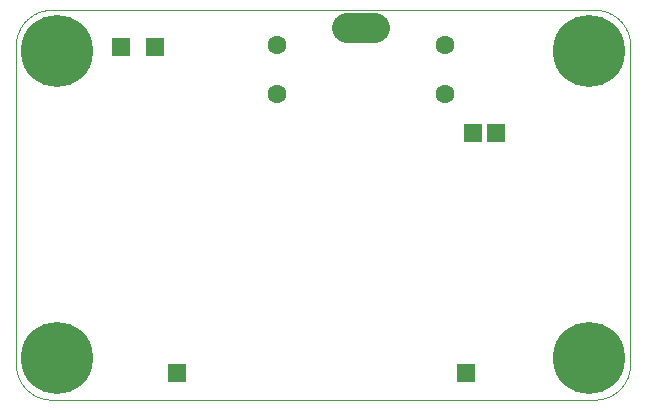
<source format=gbs>
G75*
%MOIN*%
%OFA0B0*%
%FSLAX25Y25*%
%IPPOS*%
%LPD*%
%AMOC8*
5,1,8,0,0,1.08239X$1,22.5*
%
%ADD10C,0.00394*%
%ADD11C,0.06306*%
%ADD12C,0.09849*%
%ADD13C,0.24022*%
%ADD14R,0.06306X0.06306*%
D10*
X0032280Y0024681D02*
X0213383Y0024681D01*
X0213668Y0024684D01*
X0213954Y0024695D01*
X0214239Y0024712D01*
X0214523Y0024736D01*
X0214807Y0024767D01*
X0215090Y0024805D01*
X0215371Y0024850D01*
X0215652Y0024901D01*
X0215932Y0024959D01*
X0216210Y0025024D01*
X0216486Y0025096D01*
X0216760Y0025174D01*
X0217033Y0025259D01*
X0217303Y0025351D01*
X0217571Y0025449D01*
X0217837Y0025553D01*
X0218100Y0025664D01*
X0218360Y0025781D01*
X0218618Y0025904D01*
X0218872Y0026034D01*
X0219123Y0026170D01*
X0219371Y0026311D01*
X0219615Y0026459D01*
X0219856Y0026612D01*
X0220092Y0026772D01*
X0220325Y0026937D01*
X0220554Y0027107D01*
X0220779Y0027283D01*
X0220999Y0027465D01*
X0221215Y0027651D01*
X0221426Y0027843D01*
X0221633Y0028040D01*
X0221835Y0028242D01*
X0222032Y0028449D01*
X0222224Y0028660D01*
X0222410Y0028876D01*
X0222592Y0029096D01*
X0222768Y0029321D01*
X0222938Y0029550D01*
X0223103Y0029783D01*
X0223263Y0030019D01*
X0223416Y0030260D01*
X0223564Y0030504D01*
X0223705Y0030752D01*
X0223841Y0031003D01*
X0223971Y0031257D01*
X0224094Y0031515D01*
X0224211Y0031775D01*
X0224322Y0032038D01*
X0224426Y0032304D01*
X0224524Y0032572D01*
X0224616Y0032842D01*
X0224701Y0033115D01*
X0224779Y0033389D01*
X0224851Y0033665D01*
X0224916Y0033943D01*
X0224974Y0034223D01*
X0225025Y0034504D01*
X0225070Y0034785D01*
X0225108Y0035068D01*
X0225139Y0035352D01*
X0225163Y0035636D01*
X0225180Y0035921D01*
X0225191Y0036207D01*
X0225194Y0036492D01*
X0225194Y0142791D01*
X0225191Y0143076D01*
X0225180Y0143362D01*
X0225163Y0143647D01*
X0225139Y0143931D01*
X0225108Y0144215D01*
X0225070Y0144498D01*
X0225025Y0144779D01*
X0224974Y0145060D01*
X0224916Y0145340D01*
X0224851Y0145618D01*
X0224779Y0145894D01*
X0224701Y0146168D01*
X0224616Y0146441D01*
X0224524Y0146711D01*
X0224426Y0146979D01*
X0224322Y0147245D01*
X0224211Y0147508D01*
X0224094Y0147768D01*
X0223971Y0148026D01*
X0223841Y0148280D01*
X0223705Y0148531D01*
X0223564Y0148779D01*
X0223416Y0149023D01*
X0223263Y0149264D01*
X0223103Y0149500D01*
X0222938Y0149733D01*
X0222768Y0149962D01*
X0222592Y0150187D01*
X0222410Y0150407D01*
X0222224Y0150623D01*
X0222032Y0150834D01*
X0221835Y0151041D01*
X0221633Y0151243D01*
X0221426Y0151440D01*
X0221215Y0151632D01*
X0220999Y0151818D01*
X0220779Y0152000D01*
X0220554Y0152176D01*
X0220325Y0152346D01*
X0220092Y0152511D01*
X0219856Y0152671D01*
X0219615Y0152824D01*
X0219371Y0152972D01*
X0219123Y0153113D01*
X0218872Y0153249D01*
X0218618Y0153379D01*
X0218360Y0153502D01*
X0218100Y0153619D01*
X0217837Y0153730D01*
X0217571Y0153834D01*
X0217303Y0153932D01*
X0217033Y0154024D01*
X0216760Y0154109D01*
X0216486Y0154187D01*
X0216210Y0154259D01*
X0215932Y0154324D01*
X0215652Y0154382D01*
X0215371Y0154433D01*
X0215090Y0154478D01*
X0214807Y0154516D01*
X0214523Y0154547D01*
X0214239Y0154571D01*
X0213954Y0154588D01*
X0213668Y0154599D01*
X0213383Y0154602D01*
X0032280Y0154602D01*
X0031995Y0154599D01*
X0031709Y0154588D01*
X0031424Y0154571D01*
X0031140Y0154547D01*
X0030856Y0154516D01*
X0030573Y0154478D01*
X0030292Y0154433D01*
X0030011Y0154382D01*
X0029731Y0154324D01*
X0029453Y0154259D01*
X0029177Y0154187D01*
X0028903Y0154109D01*
X0028630Y0154024D01*
X0028360Y0153932D01*
X0028092Y0153834D01*
X0027826Y0153730D01*
X0027563Y0153619D01*
X0027303Y0153502D01*
X0027045Y0153379D01*
X0026791Y0153249D01*
X0026540Y0153113D01*
X0026292Y0152972D01*
X0026048Y0152824D01*
X0025807Y0152671D01*
X0025571Y0152511D01*
X0025338Y0152346D01*
X0025109Y0152176D01*
X0024884Y0152000D01*
X0024664Y0151818D01*
X0024448Y0151632D01*
X0024237Y0151440D01*
X0024030Y0151243D01*
X0023828Y0151041D01*
X0023631Y0150834D01*
X0023439Y0150623D01*
X0023253Y0150407D01*
X0023071Y0150187D01*
X0022895Y0149962D01*
X0022725Y0149733D01*
X0022560Y0149500D01*
X0022400Y0149264D01*
X0022247Y0149023D01*
X0022099Y0148779D01*
X0021958Y0148531D01*
X0021822Y0148280D01*
X0021692Y0148026D01*
X0021569Y0147768D01*
X0021452Y0147508D01*
X0021341Y0147245D01*
X0021237Y0146979D01*
X0021139Y0146711D01*
X0021047Y0146441D01*
X0020962Y0146168D01*
X0020884Y0145894D01*
X0020812Y0145618D01*
X0020747Y0145340D01*
X0020689Y0145060D01*
X0020638Y0144779D01*
X0020593Y0144498D01*
X0020555Y0144215D01*
X0020524Y0143931D01*
X0020500Y0143647D01*
X0020483Y0143362D01*
X0020472Y0143076D01*
X0020469Y0142791D01*
X0020469Y0036492D01*
X0020472Y0036207D01*
X0020483Y0035921D01*
X0020500Y0035636D01*
X0020524Y0035352D01*
X0020555Y0035068D01*
X0020593Y0034785D01*
X0020638Y0034504D01*
X0020689Y0034223D01*
X0020747Y0033943D01*
X0020812Y0033665D01*
X0020884Y0033389D01*
X0020962Y0033115D01*
X0021047Y0032842D01*
X0021139Y0032572D01*
X0021237Y0032304D01*
X0021341Y0032038D01*
X0021452Y0031775D01*
X0021569Y0031515D01*
X0021692Y0031257D01*
X0021822Y0031003D01*
X0021958Y0030752D01*
X0022099Y0030504D01*
X0022247Y0030260D01*
X0022400Y0030019D01*
X0022560Y0029783D01*
X0022725Y0029550D01*
X0022895Y0029321D01*
X0023071Y0029096D01*
X0023253Y0028876D01*
X0023439Y0028660D01*
X0023631Y0028449D01*
X0023828Y0028242D01*
X0024030Y0028040D01*
X0024237Y0027843D01*
X0024448Y0027651D01*
X0024664Y0027465D01*
X0024884Y0027283D01*
X0025109Y0027107D01*
X0025338Y0026937D01*
X0025571Y0026772D01*
X0025807Y0026612D01*
X0026048Y0026459D01*
X0026292Y0026311D01*
X0026540Y0026170D01*
X0026791Y0026034D01*
X0027045Y0025904D01*
X0027303Y0025781D01*
X0027563Y0025664D01*
X0027826Y0025553D01*
X0028092Y0025449D01*
X0028360Y0025351D01*
X0028630Y0025259D01*
X0028903Y0025174D01*
X0029177Y0025096D01*
X0029453Y0025024D01*
X0029731Y0024959D01*
X0030011Y0024901D01*
X0030292Y0024850D01*
X0030573Y0024805D01*
X0030856Y0024767D01*
X0031140Y0024736D01*
X0031424Y0024712D01*
X0031709Y0024695D01*
X0031995Y0024684D01*
X0032280Y0024681D01*
D11*
X0107516Y0126413D03*
X0107516Y0142949D03*
X0163422Y0142949D03*
X0163422Y0126413D03*
D12*
X0140194Y0148461D02*
X0130745Y0148461D01*
D13*
X0211414Y0140823D03*
X0211414Y0038461D03*
X0034249Y0038461D03*
X0034249Y0140823D03*
D14*
X0055469Y0142181D03*
X0066719Y0142181D03*
X0172969Y0113431D03*
X0180469Y0113431D03*
X0170469Y0033431D03*
X0074219Y0033431D03*
M02*

</source>
